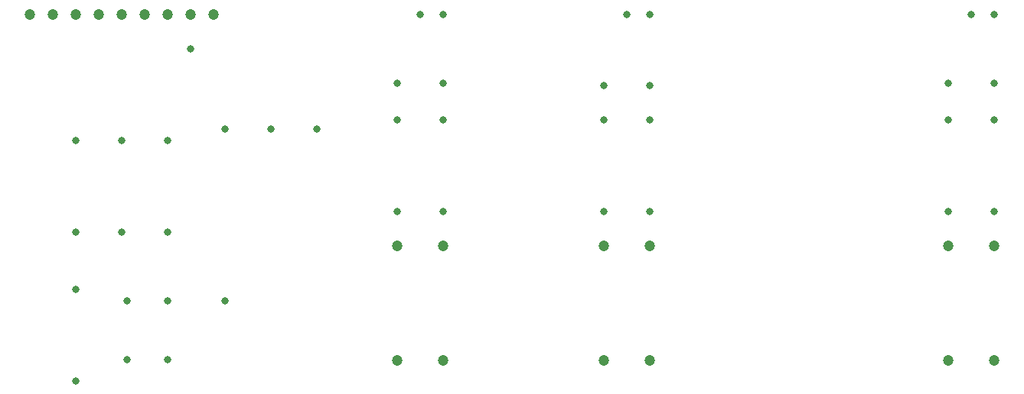
<source format=gbr>
G04 Generated by Ultiboard 14.3 *
%FSLAX25Y25*%
%MOIN*%

%ADD10C,0.00001*%
%ADD11C,0.04724*%
%ADD12C,0.03150*%


G04 ColorRGB 000000 for the following layer *
%LNDrill-Copper Top-Copper Bottom*%
%LPD*%
G54D11*
X30000Y180000D03*
X90000Y180000D03*
X20000Y180000D03*
X60000Y180000D03*
X40000Y180000D03*
X50000Y180000D03*
X70000Y180000D03*
X80000Y180000D03*
X100000Y180000D03*
X180000Y29033D03*
X200000Y29033D03*
X180000Y79033D03*
X200000Y79033D03*
X270000Y29033D03*
X290000Y29033D03*
X270000Y79033D03*
X290000Y79033D03*
X420000Y29033D03*
X440000Y29033D03*
X420000Y79033D03*
X440000Y79033D03*
G54D12*
X105000Y130000D03*
X145000Y130000D03*
X125000Y130000D03*
X90000Y165000D03*
X105000Y55000D03*
X440000Y180000D03*
X430000Y180000D03*
X290000Y180000D03*
X280000Y180000D03*
X200000Y180000D03*
X190000Y180000D03*
X40000Y20000D03*
X40000Y60000D03*
X62333Y29333D03*
X80000Y29333D03*
X80000Y55000D03*
X62333Y55000D03*
X40000Y85000D03*
X40000Y125000D03*
X60000Y85000D03*
X60000Y125000D03*
X80000Y85000D03*
X80000Y125000D03*
X180000Y94033D03*
X180000Y134033D03*
X200000Y134033D03*
X200000Y94033D03*
X270000Y94033D03*
X270000Y134033D03*
X290000Y134033D03*
X290000Y94033D03*
X420000Y94033D03*
X420000Y134033D03*
X440000Y134033D03*
X440000Y94033D03*
X200000Y150000D03*
X180000Y150000D03*
X290000Y149033D03*
X270000Y149033D03*
X440000Y150000D03*
X420000Y150000D03*

M02*

</source>
